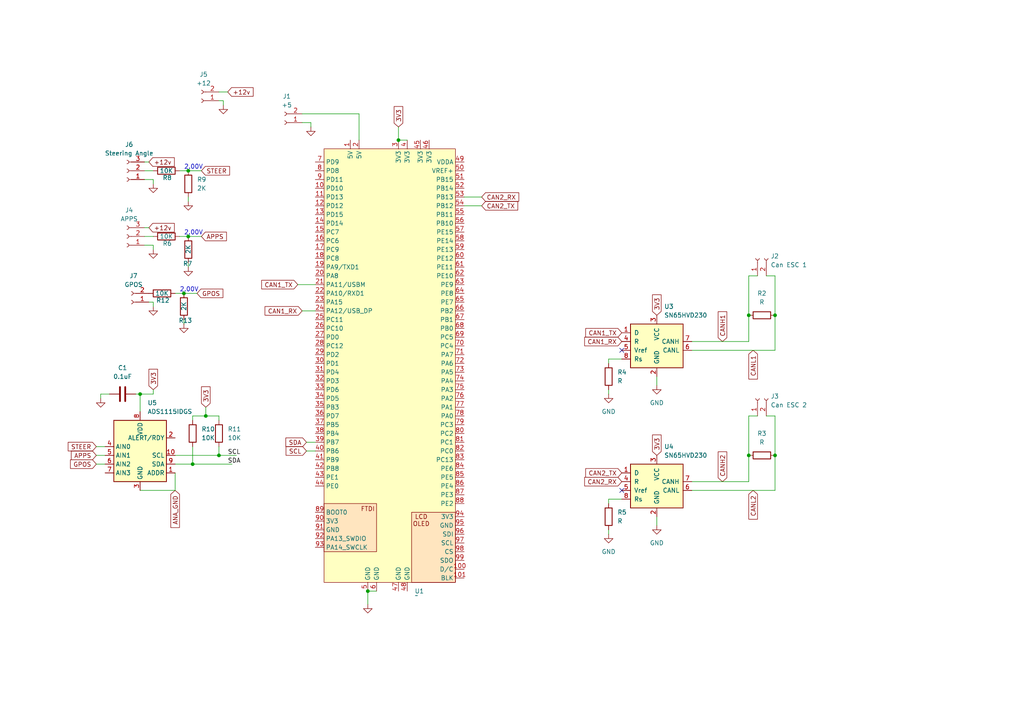
<source format=kicad_sch>
(kicad_sch (version 20250114) (generator "eeschema") (generator_version "9.0")
  (paper "A4")
  (lib_symbols
    (symbol "0_MCU:DEVEBOX_STM32H7XX"
      (property "Reference" "U" (at -0.254 1.016 0))
      (symbol "DEVEBOX_STM32H7XX_1_1"
        (rectangle (start -17.78 -2.54) (end 20.32 -128.27) (fill (type color) (color 255 255 194 1)))
        (rectangle (start -17.78 -105.41) (end -2.54 -119.38) (fill (type color) (color 255 229 191 1)))
        (rectangle (start 7.62 -107.95) (end 20.32 -128.27) (fill (type color) (color 255 229 191 1)))
        (text "FTDI\n" (at -5.08 -106.934 0) (effects (font (size 1.27 1.27))))
        (text "LCD\nOLED\n" (at 10.414 -110.236 0) (effects (font (size 1.27 1.27))))
        (pin input line (at -20.32 -6.35 0) (length 2.54) (name "PD9") (number "7"))
        (pin input line (at -20.32 -8.89 0) (length 2.54) (name "PD8") (number "8"))
        (pin input line (at -20.32 -11.43 0) (length 2.54) (name "PD11") (number "9"))
        (pin input line (at -20.32 -13.97 0) (length 2.54) (name "PD10") (number "10"))
        (pin input line (at -20.32 -16.51 0) (length 2.54) (name "PD13") (number "11"))
        (pin input line (at -20.32 -19.05 0) (length 2.54) (name "PD12") (number "12"))
        (pin input line (at -20.32 -21.59 0) (length 2.54) (name "PD15") (number "13"))
        (pin input line (at -20.32 -24.13 0) (length 2.54) (name "PD14") (number "14"))
        (pin input line (at -20.32 -26.67 0) (length 2.54) (name "PC7") (number "15"))
        (pin input line (at -20.32 -29.21 0) (length 2.54) (name "PC6") (number "16"))
        (pin input line (at -20.32 -31.75 0) (length 2.54) (name "PC9") (number "17"))
        (pin input line (at -20.32 -34.29 0) (length 2.54) (name "PC8") (number "18"))
        (pin input line (at -20.32 -36.83 0) (length 2.54) (name "PA9/TXD1") (number "19"))
        (pin input line (at -20.32 -39.37 0) (length 2.54) (name "PA8") (number "20"))
        (pin input line (at -20.32 -41.91 0) (length 2.54) (name "PA11/USBM") (number "21"))
        (pin input line (at -20.32 -44.45 0) (length 2.54) (name "PA10/RXD1") (number "22"))
        (pin input line (at -20.32 -46.99 0) (length 2.54) (name "PA15") (number "23"))
        (pin input line (at -20.32 -49.53 0) (length 2.54) (name "PA12/USB_DP") (number "24"))
        (pin input line (at -20.32 -52.07 0) (length 2.54) (name "PC11") (number "25"))
        (pin input line (at -20.32 -54.61 0) (length 2.54) (name "PC10") (number "26"))
        (pin input line (at -20.32 -57.15 0) (length 2.54) (name "PD0") (number "27"))
        (pin input line (at -20.32 -59.69 0) (length 2.54) (name "PC12") (number "28"))
        (pin input line (at -20.32 -62.23 0) (length 2.54) (name "PD2") (number "29"))
        (pin input line (at -20.32 -64.77 0) (length 2.54) (name "PD1") (number "30"))
        (pin input line (at -20.32 -67.31 0) (length 2.54) (name "PD4") (number "31"))
        (pin input line (at -20.32 -69.85 0) (length 2.54) (name "PD3") (number "32"))
        (pin input line (at -20.32 -72.39 0) (length 2.54) (name "PD6") (number "33"))
        (pin input line (at -20.32 -74.93 0) (length 2.54) (name "PD5") (number "34"))
        (pin input line (at -20.32 -77.47 0) (length 2.54) (name "PB3") (number "35"))
        (pin input line (at -20.32 -80.01 0) (length 2.54) (name "PD7") (number "36"))
        (pin input line (at -20.32 -82.55 0) (length 2.54) (name "PB5") (number "37"))
        (pin input line (at -20.32 -85.09 0) (length 2.54) (name "PB4") (number "38"))
        (pin input line (at -20.32 -87.63 0) (length 2.54) (name "PB7") (number "39"))
        (pin input line (at -20.32 -90.17 0) (length 2.54) (name "PB6") (number "40"))
        (pin input line (at -20.32 -92.71 0) (length 2.54) (name "PB9") (number "41"))
        (pin input line (at -20.32 -95.25 0) (length 2.54) (name "PB8") (number "42"))
        (pin input line (at -20.32 -97.79 0) (length 2.54) (name "PE1") (number "43"))
        (pin input line (at -20.32 -100.33 0) (length 2.54) (name "PE0") (number "44"))
        (pin input line (at -20.32 -107.95 0) (length 2.54) (name "BOOT0") (number "89"))
        (pin input line (at -20.32 -110.49 0) (length 2.54) (name "3V3") (number "90"))
        (pin input line (at -20.32 -113.03 0) (length 2.54) (name "GND") (number "91"))
        (pin input line (at -20.32 -115.57 0) (length 2.54) (name "PA13_SWDIO") (number "92"))
        (pin input line (at -20.32 -118.11 0) (length 2.54) (name "PA14_SWCLK") (number "93"))
        (pin power_in line (at -10.16 0 270) (length 2.54) (name "5V") (number "1"))
        (pin power_in line (at -7.62 0 270) (length 2.54) (name "5V") (number "2"))
        (pin power_in line (at -5.08 -130.81 90) (length 2.54) (name "GND") (number "5"))
        (pin power_in line (at -2.54 -130.81 90) (length 2.54) (name "GND") (number "6"))
        (pin power_in line (at 3.81 0 270) (length 2.54) (name "3V3") (number "3"))
        (pin input line (at 3.81 -130.81 90) (length 2.54) (name "GND") (number "47"))
        (pin power_in line (at 6.35 0 270) (length 2.54) (name "3V3") (number "4"))
        (pin input line (at 6.35 -130.81 90) (length 2.54) (name "GND") (number "48"))
        (pin input line (at 10.16 0 270) (length 2.54) (name "3V3") (number "45"))
        (pin input line (at 12.7 0 270) (length 2.54) (name "3V3") (number "46"))
        (pin input line (at 22.86 -6.35 180) (length 2.54) (name "VDDA") (number "49"))
        (pin input line (at 22.86 -8.89 180) (length 2.54) (name "VREF+") (number "50"))
        (pin input line (at 22.86 -11.43 180) (length 2.54) (name "PB15") (number "51"))
        (pin input line (at 22.86 -13.97 180) (length 2.54) (name "PB14") (number "52"))
        (pin input line (at 22.86 -16.51 180) (length 2.54) (name "PB13") (number "53"))
        (pin input line (at 22.86 -19.05 180) (length 2.54) (name "PB12") (number "54"))
        (pin input line (at 22.86 -21.59 180) (length 2.54) (name "PB11") (number "55"))
        (pin input line (at 22.86 -24.13 180) (length 2.54) (name "PB10") (number "56"))
        (pin input line (at 22.86 -26.67 180) (length 2.54) (name "PE15") (number "57"))
        (pin input line (at 22.86 -29.21 180) (length 2.54) (name "PE14") (number "58"))
        (pin input line (at 22.86 -31.75 180) (length 2.54) (name "PE13") (number "59"))
        (pin input line (at 22.86 -34.29 180) (length 2.54) (name "PE12") (number "60"))
        (pin input line (at 22.86 -36.83 180) (length 2.54) (name "PE11") (number "61"))
        (pin input line (at 22.86 -39.37 180) (length 2.54) (name "PE10") (number "62"))
        (pin input line (at 22.86 -41.91 180) (length 2.54) (name "PE9") (number "63"))
        (pin input line (at 22.86 -44.45 180) (length 2.54) (name "PE8") (number "64"))
        (pin input line (at 22.86 -46.99 180) (length 2.54) (name "PE7") (number "65"))
        (pin input line (at 22.86 -49.53 180) (length 2.54) (name "PB2") (number "66"))
        (pin input line (at 22.86 -52.07 180) (length 2.54) (name "PB1") (number "67"))
        (pin input line (at 22.86 -54.61 180) (length 2.54) (name "PB0") (number "68"))
        (pin input line (at 22.86 -57.15 180) (length 2.54) (name "PC5") (number "69"))
        (pin input line (at 22.86 -59.69 180) (length 2.54) (name "PC4") (number "70"))
        (pin input line (at 22.86 -62.23 180) (length 2.54) (name "PA7") (number "71"))
        (pin input line (at 22.86 -64.77 180) (length 2.54) (name "PA6") (number "72"))
        (pin input line (at 22.86 -67.31 180) (length 2.54) (name "PA5") (number "73"))
        (pin input line (at 22.86 -69.85 180) (length 2.54) (name "PA4") (number "74"))
        (pin input line (at 22.86 -72.39 180) (length 2.54) (name "PA3") (number "75"))
        (pin input line (at 22.86 -74.93 180) (length 2.54) (name "PA2") (number "76"))
        (pin input line (at 22.86 -77.47 180) (length 2.54) (name "PA1") (number "77"))
        (pin input line (at 22.86 -80.01 180) (length 2.54) (name "PA0") (number "78"))
        (pin input line (at 22.86 -82.55 180) (length 2.54) (name "PC3") (number "79"))
        (pin input line (at 22.86 -85.09 180) (length 2.54) (name "PC2") (number "80"))
        (pin input line (at 22.86 -87.63 180) (length 2.54) (name "PC1") (number "81"))
        (pin input line (at 22.86 -90.17 180) (length 2.54) (name "PC0") (number "82"))
        (pin input line (at 22.86 -92.71 180) (length 2.54) (name "PC13") (number "83"))
        (pin input line (at 22.86 -95.25 180) (length 2.54) (name "PE6") (number "84"))
        (pin input line (at 22.86 -97.79 180) (length 2.54) (name "PE5") (number "85"))
        (pin input line (at 22.86 -100.33 180) (length 2.54) (name "PE4") (number "86"))
        (pin input line (at 22.86 -102.87 180) (length 2.54) (name "PE3") (number "87"))
        (pin input line (at 22.86 -105.41 180) (length 2.54) (name "PE2") (number "88"))
        (pin input line (at 22.86 -109.22 180) (length 2.54) (name "3V3") (number "94"))
        (pin input line (at 22.86 -111.76 180) (length 2.54) (name "GND") (number "95"))
        (pin input line (at 22.86 -114.3 180) (length 2.54) (name "SDI") (number "96"))
        (pin input line (at 22.86 -116.84 180) (length 2.54) (name "SCL") (number "97"))
        (pin input line (at 22.86 -119.38 180) (length 2.54) (name "CS") (number "98"))
        (pin input line (at 22.86 -121.92 180) (length 2.54) (name "SDO") (number "99"))
        (pin input line (at 22.86 -124.46 180) (length 2.54) (name "D/C") (number "100"))
        (pin input line (at 22.86 -127 180) (length 2.54) (name "BLK") (number "101"))
      )
    )
    (symbol "Analog_ADC:ADS1115IDGS"
      (property "Reference" "U" (at 2.54 13.97 0))
      (property "Value" "ADS1115IDGS" (at 7.62 11.43 0))
      (symbol "ADS1115IDGS_0_1"
        (rectangle (start -7.62 10.16) (end 7.62 -7.62) (stroke (width 0.254)) (fill (type background)))
      )
      (symbol "ADS1115IDGS_1_1"
        (pin input line (at -10.16 2.54 0) (length 2.54) (name "AIN0") (number "4"))
        (pin input line (at -10.16 0 0) (length 2.54) (name "AIN1") (number "5"))
        (pin input line (at -10.16 -2.54 0) (length 2.54) (name "AIN2") (number "6"))
        (pin input line (at -10.16 -5.08 0) (length 2.54) (name "AIN3") (number "7"))
        (pin power_in line (at 0 12.7 270) (length 2.54) (name "VDD") (number "8"))
        (pin power_in line (at 0 -10.16 90) (length 2.54) (name "GND") (number "3"))
        (pin output line (at 10.16 5.08 180) (length 2.54) (name "ALERT/RDY") (number "2"))
        (pin input line (at 10.16 0 180) (length 2.54) (name "SCL") (number "10"))
        (pin bidirectional line (at 10.16 -2.54 180) (length 2.54) (name "SDA") (number "9"))
        (pin input line (at 10.16 -5.08 180) (length 2.54) (name "ADDR") (number "1"))
      )
    )
    (symbol "Connector:Conn_01x02_Socket" (pin_names (offset 1.016) (hide yes))
      (property "Reference" "J" (at 0 2.54 0))
      (property "Value" "Conn_01x02_Socket" (at 0 -5.08 0))
      (symbol "Conn_01x02_Socket_1_1"
        (polyline (pts (xy -1.27 0) (xy -0.508 0)) (stroke (width 0.1524)))
        (polyline (pts (xy -1.27 -2.54) (xy -0.508 -2.54)) (stroke (width 0.1524)))
        (arc (start 0 -0.508) (mid -0.5058 0) (end 0 0.508) (stroke (width 0.1524)))
        (arc (start 0 -3.048) (mid -0.5058 -2.54) (end 0 -2.032) (stroke (width 0.1524)))
        (pin passive line (at -5.08 0 0) (length 3.81) (name "Pin_1") (number "1"))
        (pin passive line (at -5.08 -2.54 0) (length 3.81) (name "Pin_2") (number "2"))
      )
    )
    (symbol "Connector:Conn_01x03_Socket" (pin_names (offset 1.016) (hide yes))
      (property "Reference" "J" (at 0 5.08 0))
      (property "Value" "Conn_01x03_Socket" (at 0 -5.08 0))
      (symbol "Conn_01x03_Socket_1_1"
        (polyline (pts (xy -1.27 2.54) (xy -0.508 2.54)) (stroke (width 0.1524)))
        (polyline (pts (xy -1.27 0) (xy -0.508 0)) (stroke (width 0.1524)))
        (polyline (pts (xy -1.27 -2.54) (xy -0.508 -2.54)) (stroke (width 0.1524)))
        (arc (start 0 2.032) (mid -0.5058 2.54) (end 0 3.048) (stroke (width 0.1524)))
        (arc (start 0 -0.508) (mid -0.5058 0) (end 0 0.508) (stroke (width 0.1524)))
        (arc (start 0 -3.048) (mid -0.5058 -2.54) (end 0 -2.032) (stroke (width 0.1524)))
        (pin passive line (at -5.08 2.54 0) (length 3.81) (name "Pin_1") (number "1"))
        (pin passive line (at -5.08 0 0) (length 3.81) (name "Pin_2") (number "2"))
        (pin passive line (at -5.08 -2.54 0) (length 3.81) (name "Pin_3") (number "3"))
      )
    )
    (symbol "Device:C" (pin_numbers (hide yes)) (pin_names (offset 0.254))
      (property "Reference" "C" (at 0.635 2.54 0))
      (property "Value" "C" (at 0.635 -2.54 0))
      (symbol "C_0_1"
        (polyline (pts (xy -2.032 0.762) (xy 2.032 0.762)) (stroke (width 0.508)))
        (polyline (pts (xy -2.032 -0.762) (xy 2.032 -0.762)) (stroke (width 0.508)))
      )
      (symbol "C_1_1"
        (pin passive line (at 0 3.81 270) (length 2.794) (name "~") (number "1"))
        (pin passive line (at 0 -3.81 90) (length 2.794) (name "~") (number "2"))
      )
    )
    (symbol "Device:R" (pin_numbers (hide yes)) (pin_names (offset 0))
      (property "Reference" "R" (at 2.032 0 90))
      (property "Value" "R" (at 0 0 90))
      (symbol "R_0_1"
        (rectangle (start -1.016 -2.54) (end 1.016 2.54) (stroke (width 0.254)))
      )
      (symbol "R_1_1"
        (pin passive line (at 0 3.81 270) (length 1.27) (name "~") (number "1"))
        (pin passive line (at 0 -3.81 90) (length 1.27) (name "~") (number "2"))
      )
    )
    (symbol "Interface_CAN_LIN:SN65HVD230" (pin_names (offset 1.016))
      (property "Reference" "U" (at -2.54 10.16 0))
      (property "Value" "SN65HVD230" (at -2.54 7.62 0))
      (symbol "SN65HVD230_0_1"
        (rectangle (start -7.62 5.08) (end 7.62 -7.62) (stroke (width 0.254)) (fill (type background)))
      )
      (symbol "SN65HVD230_1_1"
        (pin input line (at -10.16 2.54 0) (length 2.54) (name "D") (number "1"))
        (pin output line (at -10.16 0 0) (length 2.54) (name "R") (number "4"))
        (pin output line (at -10.16 -2.54 0) (length 2.54) (name "Vref") (number "5"))
        (pin input line (at -10.16 -5.08 0) (length 2.54) (name "Rs") (number "8"))
        (pin power_in line (at 0 7.62 270) (length 2.54) (name "VCC") (number "3"))
        (pin power_in line (at 0 -10.16 90) (length 2.54) (name "GND") (number "2"))
        (pin bidirectional line (at 10.16 0 180) (length 2.54) (name "CANH") (number "7"))
        (pin bidirectional line (at 10.16 -2.54 180) (length 2.54) (name "CANL") (number "6"))
      )
    )
    (symbol "power:GND" (power) (pin_numbers (hide yes)) (pin_names (offset 0) (hide yes))
      (property "Value" "GND" (at 0 -3.81 0))
      (symbol "GND_0_1"
        (polyline (pts (xy 0 0) (xy 0 -1.27) (xy 1.27 -1.27) (xy 0 -2.54) (xy -1.27 -1.27) (xy 0 -1.27)))
      )
      (symbol "GND_1_1"
        (pin power_in line (at 0 0 270) (length 0) (name "~") (number "1"))
      )
    )
  )
  (text "2.00V\n" (at 56.134 67.564 0) (effects (font (size 1.27 1.27))))
  (text "2.00V\n" (at 56.134 48.514 0) (effects (font (size 1.27 1.27))))
  (text "2.00V\n" (at 54.864 84.074 0) (effects (font (size 1.27 1.27))))
  (junction (at 54.61 49.53))
  (junction (at 54.61 68.58))
  (junction (at 224.79 91.44))
  (junction (at 63.5 132.08))
  (junction (at 217.17 91.44))
  (junction (at 59.69 120.65))
  (junction (at 217.17 132.08))
  (junction (at 115.57 40.64))
  (junction (at 40.64 114.3))
  (junction (at 224.79 132.08))
  (junction (at 53.34 85.09))
  (junction (at 55.88 134.62))
  (junction (at 106.68 171.45))
  (no_connect (at 180.34 142.24))
  (no_connect (at 180.34 101.6))
  (wire (pts (xy 55.88 129.54) (xy 55.88 134.62)))
  (wire (pts (xy 217.17 80.01) (xy 219.71 80.01)))
  (wire (pts (xy 88.9 130.81) (xy 91.44 130.81)))
  (wire (pts (xy 40.64 142.24) (xy 50.8 142.24)))
  (wire (pts (xy 44.45 87.63) (xy 44.45 88.9)))
  (wire (pts (xy 87.63 35.56) (xy 90.17 35.56)))
  (wire (pts (xy 43.18 87.63) (xy 44.45 87.63)))
  (wire (pts (xy 222.25 120.65) (xy 224.79 120.65)))
  (wire (pts (xy 106.68 171.45) (xy 109.22 171.45)))
  (wire (pts (xy 90.17 35.56) (xy 90.17 36.83)))
  (wire (pts (xy 44.45 114.3) (xy 44.45 113.03)))
  (wire (pts (xy 27.94 132.08) (xy 30.48 132.08)))
  (wire (pts (xy 54.61 49.53) (xy 58.42 49.53)))
  (wire (pts (xy 55.88 120.65) (xy 55.88 121.92)))
  (wire (pts (xy 29.21 114.3) (xy 29.21 115.57)))
  (wire (pts (xy 200.66 142.24) (xy 224.79 142.24)))
  (wire (pts (xy 86.36 82.55) (xy 91.44 82.55)))
  (wire (pts (xy 224.79 120.65) (xy 224.79 132.08)))
  (wire (pts (xy 87.63 33.02) (xy 104.14 33.02)))
  (wire (pts (xy 41.91 68.58) (xy 44.45 68.58)))
  (wire (pts (xy 217.17 99.06) (xy 217.17 91.44)))
  (wire (pts (xy 176.53 144.78) (xy 176.53 146.05)))
  (wire (pts (xy 27.94 134.62) (xy 30.48 134.62)))
  (wire (pts (xy 200.66 101.6) (xy 224.79 101.6)))
  (wire (pts (xy 63.5 129.54) (xy 63.5 132.08)))
  (wire (pts (xy 104.14 33.02) (xy 104.14 40.64)))
  (wire (pts (xy 31.75 114.3) (xy 29.21 114.3)))
  (wire (pts (xy 52.07 68.58) (xy 54.61 68.58)))
  (wire (pts (xy 176.53 114.3) (xy 176.53 113.03)))
  (wire (pts (xy 106.68 171.45) (xy 106.68 175.26)))
  (wire (pts (xy 53.34 92.71) (xy 53.34 93.98)))
  (wire (pts (xy 41.91 71.12) (xy 44.45 71.12)))
  (wire (pts (xy 50.8 85.09) (xy 53.34 85.09)))
  (wire (pts (xy 27.94 129.54) (xy 30.48 129.54)))
  (wire (pts (xy 53.34 85.09) (xy 57.15 85.09)))
  (wire (pts (xy 41.91 46.99) (xy 43.18 46.99)))
  (wire (pts (xy 176.53 154.94) (xy 176.53 153.67)))
  (wire (pts (xy 50.8 142.24) (xy 50.8 137.16)))
  (wire (pts (xy 63.5 132.08) (xy 68.58 132.08)))
  (wire (pts (xy 41.91 52.07) (xy 44.45 52.07)))
  (wire (pts (xy 217.17 139.7) (xy 217.17 132.08)))
  (wire (pts (xy 52.07 49.53) (xy 54.61 49.53)))
  (wire (pts (xy 180.34 144.78) (xy 176.53 144.78)))
  (wire (pts (xy 54.61 76.2) (xy 54.61 77.47)))
  (wire (pts (xy 88.9 128.27) (xy 91.44 128.27)))
  (wire (pts (xy 63.5 26.67) (xy 66.04 26.67)))
  (wire (pts (xy 54.61 68.58) (xy 58.42 68.58)))
  (wire (pts (xy 63.5 120.65) (xy 63.5 121.92)))
  (wire (pts (xy 44.45 52.07) (xy 44.45 53.34)))
  (wire (pts (xy 217.17 91.44) (xy 217.17 80.01)))
  (wire (pts (xy 87.63 90.17) (xy 91.44 90.17)))
  (wire (pts (xy 224.79 142.24) (xy 224.79 132.08)))
  (wire (pts (xy 200.66 139.7) (xy 217.17 139.7)))
  (wire (pts (xy 224.79 80.01) (xy 224.79 91.44)))
  (wire (pts (xy 134.62 57.15) (xy 139.7 57.15)))
  (wire (pts (xy 55.88 120.65) (xy 59.69 120.65)))
  (wire (pts (xy 200.66 99.06) (xy 217.17 99.06)))
  (wire (pts (xy 50.8 132.08) (xy 63.5 132.08)))
  (wire (pts (xy 217.17 120.65) (xy 219.71 120.65)))
  (wire (pts (xy 41.91 49.53) (xy 44.45 49.53)))
  (wire (pts (xy 54.61 57.15) (xy 54.61 58.42)))
  (wire (pts (xy 39.37 114.3) (xy 40.64 114.3)))
  (wire (pts (xy 44.45 114.3) (xy 40.64 114.3)))
  (wire (pts (xy 44.45 71.12) (xy 44.45 72.39)))
  (wire (pts (xy 64.77 29.21) (xy 64.77 30.48)))
  (wire (pts (xy 224.79 101.6) (xy 224.79 91.44)))
  (wire (pts (xy 55.88 134.62) (xy 67.31 134.62)))
  (wire (pts (xy 115.57 40.64) (xy 118.11 40.64)))
  (wire (pts (xy 217.17 132.08) (xy 217.17 120.65)))
  (wire (pts (xy 134.62 59.69) (xy 139.7 59.69)))
  (wire (pts (xy 63.5 29.21) (xy 64.77 29.21)))
  (wire (pts (xy 190.5 149.86) (xy 190.5 152.4)))
  (wire (pts (xy 63.5 120.65) (xy 59.69 120.65)))
  (wire (pts (xy 40.64 114.3) (xy 40.64 119.38)))
  (wire (pts (xy 222.25 80.01) (xy 224.79 80.01)))
  (wire (pts (xy 115.57 36.83) (xy 115.57 40.64)))
  (wire (pts (xy 41.91 66.04) (xy 43.18 66.04)))
  (wire (pts (xy 190.5 109.22) (xy 190.5 111.76)))
  (wire (pts (xy 180.34 104.14) (xy 176.53 104.14)))
  (wire (pts (xy 59.69 118.11) (xy 59.69 120.65)))
  (wire (pts (xy 176.53 104.14) (xy 176.53 105.41)))
  (wire (pts (xy 50.8 134.62) (xy 55.88 134.62)))
  (label "SCL" (at 66.04 132.08 0))
  (label "SDA" (at 66.04 134.62 0))
  (global_label "3V3" (shape input) (at 190.5 132.08 90) (property "Intersheetrefs" "${INTERSHEET_REFS}" (effects (hide yes))))
  (global_label "3V3" (shape input) (at 59.69 118.11 90) (property "Intersheetrefs" "${INTERSHEET_REFS}" (effects (hide yes))))
  (global_label "CAN2_RX" (shape input) (at 139.7 57.15 0) (property "Intersheetrefs" "${INTERSHEET_REFS}" (effects (hide yes))))
  (global_label "ANA_GND" (shape input) (at 50.8 142.24 270) (property "Intersheetrefs" "${INTERSHEET_REFS}" (effects (hide yes))))
  (global_label "CANH1" (shape input) (at 209.55 99.06 90) (property "Intersheetrefs" "${INTERSHEET_REFS}" (effects (hide yes))))
  (global_label "CAN2_TX" (shape input) (at 139.7 59.69 0) (property "Intersheetrefs" "${INTERSHEET_REFS}" (effects (hide yes))))
  (global_label "CANH2" (shape input) (at 209.55 139.7 90) (property "Intersheetrefs" "${INTERSHEET_REFS}" (effects (hide yes))))
  (global_label "CANL2" (shape input) (at 218.44 142.24 270) (property "Intersheetrefs" "${INTERSHEET_REFS}" (effects (hide yes))))
  (global_label "3V3" (shape input) (at 190.5 91.44 90) (property "Intersheetrefs" "${INTERSHEET_REFS}" (effects (hide yes))))
  (global_label "CAN2_TX" (shape input) (at 180.34 137.16 180) (property "Intersheetrefs" "${INTERSHEET_REFS}" (effects (hide yes))))
  (global_label "APPS" (shape input) (at 27.94 132.08 180) (property "Intersheetrefs" "${INTERSHEET_REFS}" (effects (hide yes))))
  (global_label "+12v" (shape input) (at 66.04 26.67 0) (property "Intersheetrefs" "${INTERSHEET_REFS}" (effects (hide yes))))
  (global_label "3V3" (shape input) (at 44.45 113.03 90) (property "Intersheetrefs" "${INTERSHEET_REFS}" (effects (hide yes))))
  (global_label "SDA" (shape input) (at 88.9 128.27 180) (property "Intersheetrefs" "${INTERSHEET_REFS}" (effects (hide yes))))
  (global_label "GPOS" (shape input) (at 57.15 85.09 0) (property "Intersheetrefs" "${INTERSHEET_REFS}" (effects (hide yes))))
  (global_label "+12v" (shape input) (at 43.18 46.99 0) (property "Intersheetrefs" "${INTERSHEET_REFS}" (effects (hide yes))))
  (global_label "GPOS" (shape input) (at 27.94 134.62 180) (property "Intersheetrefs" "${INTERSHEET_REFS}" (effects (hide yes))))
  (global_label "3V3" (shape input) (at 115.57 36.83 90) (property "Intersheetrefs" "${INTERSHEET_REFS}" (effects (hide yes))))
  (global_label "CAN1_RX" (shape input) (at 87.63 90.17 180) (property "Intersheetrefs" "${INTERSHEET_REFS}" (effects (hide yes))))
  (global_label "CAN1_TX" (shape input) (at 180.34 96.52 180) (property "Intersheetrefs" "${INTERSHEET_REFS}" (effects (hide yes))))
  (global_label "APPS" (shape input) (at 58.42 68.58 0) (property "Intersheetrefs" "${INTERSHEET_REFS}" (effects (hide yes))))
  (global_label "CANL1" (shape input) (at 218.44 101.6 270) (property "Intersheetrefs" "${INTERSHEET_REFS}" (effects (hide yes))))
  (global_label "CAN1_RX" (shape input) (at 180.34 99.06 180) (property "Intersheetrefs" "${INTERSHEET_REFS}" (effects (hide yes))))
  (global_label "STEER" (shape input) (at 58.42 49.53 0) (property "Intersheetrefs" "${INTERSHEET_REFS}" (effects (hide yes))))
  (global_label "CAN2_RX" (shape input) (at 180.34 139.7 180) (property "Intersheetrefs" "${INTERSHEET_REFS}" (effects (hide yes))))
  (global_label "CAN1_TX" (shape input) (at 86.36 82.55 180) (property "Intersheetrefs" "${INTERSHEET_REFS}" (effects (hide yes))))
  (global_label "SCL" (shape input) (at 88.9 130.81 180) (property "Intersheetrefs" "${INTERSHEET_REFS}" (effects (hide yes))))
  (global_label "+12v" (shape input) (at 43.18 66.04 0) (property "Intersheetrefs" "${INTERSHEET_REFS}" (effects (hide yes))))
  (global_label "STEER" (shape input) (at 27.94 129.54 180) (property "Intersheetrefs" "${INTERSHEET_REFS}" (effects (hide yes))))
  (symbol (lib_id "power:GND") (at 176.53 154.94 0) (unit 1)
    (property "Reference" "#PWR05" (effects (hide yes)))
    (property "Value" "GND" (at 176.53 160.02 0))
    (property "Description" "Power symbol creates a global label with name \"GND\" , ground" (effects (hide yes)))
  )
  (symbol (lib_id "power:GND") (at 190.5 152.4 0) (unit 1)
    (property "Reference" "#PWR06" (effects (hide yes)))
    (property "Value" "GND" (at 190.5 157.48 0))
    (property "Description" "Power symbol creates a global label with name \"GND\" , ground" (effects (hide yes)))
  )
  (symbol (lib_id "Connector:Conn_01x02_Socket") (at 219.71 74.93 90) (unit 1)
    (property "Reference" "J2" (at 223.52 74.2949 90) (effects (justify right)))
    (property "Value" "Can ESC 1" (at 223.52 76.8349 90) (effects (justify right)))
    (property "Footprint" "Connector_JST:JST_EH_B2B-EH-A_1x02_P2.50mm_Vertical" (effects (hide yes)))
    (property "Description" "Generic connector, single row, 01x02, script generated" (effects (hide yes)))
  )
  (symbol (lib_id "power:GND") (at 29.21 115.57 0) (unit 1)
    (property "Reference" "#PWR012" (effects (hide yes)))
    (property "Value" "GND" (effects (hide yes)))
    (property "Description" "Power symbol creates a global label with name \"GND\" , ground" (effects (hide yes)))
  )
  (symbol (lib_id "Device:R") (at 48.26 49.53 90) (unit 1)
    (property "Reference" "R8" (at 48.514 51.562 90))
    (property "Value" "10K" (at 48.26 49.53 90))
    (property "Footprint" "Resistor_SMD:R_0805_2012Metric" (effects (hide yes)))
    (property "Description" "Resistor" (effects (hide yes)))
  )
  (symbol (lib_id "Device:C") (at 35.56 114.3 90) (unit 1)
    (property "Reference" "C1" (at 35.56 106.68 90))
    (property "Value" "0.1uF" (at 35.56 109.22 90))
    (property "Footprint" "Capacitor_SMD:C_0603_1608Metric" (effects (hide yes)))
    (property "Description" "Unpolarized capacitor" (effects (hide yes)))
  )
  (symbol (lib_id "Device:R") (at 176.53 109.22 180) (unit 1)
    (property "Reference" "R4" (at 179.07 107.9499 0) (effects (justify right)))
    (property "Value" "R" (at 179.07 110.4899 0) (effects (justify right)))
    (property "Footprint" "Resistor_SMD:R_0805_2012Metric" (effects (hide yes)))
    (property "Description" "Resistor" (effects (hide yes)))
  )
  (symbol (lib_id "power:GND") (at 44.45 88.9 0) (unit 1)
    (property "Reference" "#PWR014" (effects (hide yes)))
    (property "Value" "GND" (effects (hide yes)))
    (property "Description" "Power symbol creates a global label with name \"GND\" , ground" (effects (hide yes)))
  )
  (symbol (lib_id "power:GND") (at 54.61 77.47 0) (unit 1)
    (property "Reference" "#PWR07" (effects (hide yes)))
    (property "Value" "GND" (effects (hide yes)))
    (property "Description" "Power symbol creates a global label with name \"GND\" , ground" (effects (hide yes)))
  )
  (symbol (lib_id "Device:R") (at 220.98 91.44 90) (unit 1)
    (property "Reference" "R2" (at 220.98 85.09 90))
    (property "Value" "R" (at 220.98 87.63 90))
    (property "Footprint" "Resistor_SMD:R_0805_2012Metric" (effects (hide yes)))
    (property "Description" "Resistor" (effects (hide yes)))
  )
  (symbol (lib_id "Connector:Conn_01x03_Socket") (at 36.83 49.53 180) (unit 1)
    (property "Reference" "J6" (at 37.465 41.91 0))
    (property "Value" "Steering Angle" (at 37.465 44.45 0))
    (property "Description" "Generic connector, single row, 01x03, script generated" (effects (hide yes)))
  )
  (symbol (lib_id "Device:R") (at 54.61 53.34 180) (unit 1)
    (property "Reference" "R9" (at 57.15 52.0699 0) (effects (justify right)))
    (property "Value" "2K" (at 57.15 54.6099 0) (effects (justify right)))
    (property "Footprint" "Resistor_SMD:R_0805_2012Metric" (effects (hide yes)))
    (property "Description" "Resistor" (effects (hide yes)))
  )
  (symbol (lib_id "Device:R") (at 55.88 125.73 0) (unit 1)
    (property "Reference" "R10" (at 58.42 124.4599 0) (effects (justify left)))
    (property "Value" "10K" (at 58.42 126.9999 0) (effects (justify left)))
    (property "Footprint" "Resistor_SMD:R_0805_2012Metric" (effects (hide yes)))
    (property "Description" "Resistor" (effects (hide yes)))
  )
  (symbol (lib_id "Connector:Conn_01x02_Socket") (at 82.55 35.56 180) (unit 1)
    (property "Reference" "J1" (at 83.185 27.94 0))
    (property "Value" "+5" (at 83.185 30.48 0))
    (property "Footprint" "Connector_JST:JST_EH_B2B-EH-A_1x02_P2.50mm_Vertical" (effects (hide yes)))
    (property "Description" "Generic connector, single row, 01x02, script generated" (effects (hide yes)))
  )
  (symbol (lib_id "power:GND") (at 90.17 36.83 0) (unit 1)
    (property "Reference" "#PWR01" (effects (hide yes)))
    (property "Value" "GND" (effects (hide yes)))
    (property "Description" "Power symbol creates a global label with name \"GND\" , ground" (effects (hide yes)))
  )
  (symbol (lib_id "Interface_CAN_LIN:SN65HVD230") (at 190.5 99.06 0) (unit 1)
    (property "Reference" "U3" (at 192.6433 88.9 0) (effects (justify left)))
    (property "Value" "SN65HVD230" (at 192.6433 91.44 0) (effects (justify left)))
    (property "Footprint" "Package_SO:SOIC-8_3.9x4.9mm_P1.27mm" (effects (hide yes)))
    (property "Datasheet" "http://www.ti.com/lit/ds/symlink/sn65hvd230.pdf" (effects (hide yes)))
    (property "Description" "CAN Bus Transceivers, 3.3V, 1Mbps, Low-Power capabilities, SOIC-8" (effects (hide yes)))
  )
  (symbol (lib_id "Analog_ADC:ADS1115IDGS") (at 40.64 132.08 0) (unit 1)
    (property "Reference" "U5" (at 42.7833 116.84 0) (effects (justify left)))
    (property "Value" "ADS1115IDGS" (at 42.7833 119.38 0) (effects (justify left)))
    (property "Footprint" "Package_SO:TSSOP-10_3x3mm_P0.5mm" (effects (hide yes)))
    (property "Datasheet" "http://www.ti.com/lit/ds/symlink/ads1113.pdf" (effects (hide yes)))
    (property "Description" "Ultra-Small, Low-Power, I2C-Compatible, 860-SPS, 16-Bit ADCs With Internal Reference, Oscillator, and Programmable Comparator, VSSOP-10" (effects (hide yes)))
  )
  (symbol (lib_id "power:GND") (at 44.45 72.39 0) (unit 1)
    (property "Reference" "#PWR08" (effects (hide yes)))
    (property "Value" "GND" (effects (hide yes)))
    (property "Description" "Power symbol creates a global label with name \"GND\" , ground" (effects (hide yes)))
  )
  (symbol (lib_id "Device:R") (at 54.61 72.39 180) (unit 1)
    (property "Reference" "R7" (at 53.086 76.454 0) (effects (justify right)))
    (property "Value" "2K" (at 54.61 73.66 90) (effects (justify right)))
    (property "Footprint" "Resistor_SMD:R_0805_2012Metric" (effects (hide yes)))
    (property "Description" "Resistor" (effects (hide yes)))
  )
  (symbol (lib_id "power:GND") (at 64.77 30.48 0) (unit 1)
    (property "Reference" "#PWR09" (effects (hide yes)))
    (property "Value" "GND" (effects (hide yes)))
    (property "Description" "Power symbol creates a global label with name \"GND\" , ground" (effects (hide yes)))
  )
  (symbol (lib_id "Connector:Conn_01x03_Socket") (at 36.83 68.58 180) (unit 1)
    (property "Reference" "J4" (at 37.465 60.96 0))
    (property "Value" "APPS" (at 37.465 63.5 0))
    (property "Description" "Generic connector, single row, 01x03, script generated" (effects (hide yes)))
  )
  (symbol (lib_id "Connector:Conn_01x02_Socket") (at 58.42 29.21 180) (unit 1)
    (property "Reference" "J5" (at 59.055 21.59 0))
    (property "Value" "+12" (at 59.055 24.13 0))
    (property "Footprint" "Connector_JST:JST_EH_B2B-EH-A_1x02_P2.50mm_Vertical" (effects (hide yes)))
    (property "Description" "Generic connector, single row, 01x02, script generated" (effects (hide yes)))
  )
  (symbol (lib_id "Connector:Conn_01x02_Socket") (at 38.1 87.63 180) (unit 1)
    (property "Reference" "J7" (at 38.735 80.01 0))
    (property "Value" "GPOS" (at 38.735 82.55 0))
    (property "Description" "Generic connector, single row, 01x02, script generated" (effects (hide yes)))
  )
  (symbol (lib_id "Device:R") (at 48.26 68.58 90) (unit 1)
    (property "Reference" "R6" (at 48.514 70.612 90))
    (property "Value" "10K" (at 48.26 68.58 90))
    (property "Footprint" "Resistor_SMD:R_0805_2012Metric" (effects (hide yes)))
    (property "Description" "Resistor" (effects (hide yes)))
  )
  (symbol (lib_id "power:GND") (at 53.34 93.98 0) (unit 1)
    (property "Reference" "#PWR013" (effects (hide yes)))
    (property "Value" "GND" (effects (hide yes)))
    (property "Description" "Power symbol creates a global label with name \"GND\" , ground" (effects (hide yes)))
  )
  (symbol (lib_id "Device:R") (at 220.98 132.08 90) (unit 1)
    (property "Reference" "R3" (at 220.98 125.73 90))
    (property "Value" "R" (at 220.98 128.27 90))
    (property "Footprint" "Resistor_SMD:R_0805_2012Metric" (effects (hide yes)))
    (property "Description" "Resistor" (effects (hide yes)))
  )
  (symbol (lib_id "power:GND") (at 176.53 114.3 0) (unit 1)
    (property "Reference" "#PWR03" (effects (hide yes)))
    (property "Value" "GND" (at 176.53 119.38 0))
    (property "Description" "Power symbol creates a global label with name \"GND\" , ground" (effects (hide yes)))
  )
  (symbol (lib_id "power:GND") (at 106.68 175.26 0) (unit 1)
    (property "Reference" "#PWR02" (effects (hide yes)))
    (property "Value" "GND" (effects (hide yes)))
    (property "Description" "Power symbol creates a global label with name \"GND\" , ground" (effects (hide yes)))
  )
  (symbol (lib_id "Device:R") (at 176.53 149.86 180) (unit 1)
    (property "Reference" "R5" (at 179.07 148.5899 0) (effects (justify right)))
    (property "Value" "R" (at 179.07 151.1299 0) (effects (justify right)))
    (property "Footprint" "Resistor_SMD:R_0805_2012Metric" (effects (hide yes)))
    (property "Description" "Resistor" (effects (hide yes)))
  )
  (symbol (lib_id "power:GND") (at 54.61 58.42 0) (unit 1)
    (property "Reference" "#PWR011" (effects (hide yes)))
    (property "Value" "GND" (effects (hide yes)))
    (property "Description" "Power symbol creates a global label with name \"GND\" , ground" (effects (hide yes)))
  )
  (symbol (lib_id "Interface_CAN_LIN:SN65HVD230") (at 190.5 139.7 0) (unit 1)
    (property "Reference" "U4" (at 192.6433 129.54 0) (effects (justify left)))
    (property "Value" "SN65HVD230" (at 192.6433 132.08 0) (effects (justify left)))
    (property "Footprint" "Package_SO:SOIC-8_3.9x4.9mm_P1.27mm" (effects (hide yes)))
    (property "Datasheet" "http://www.ti.com/lit/ds/symlink/sn65hvd230.pdf" (effects (hide yes)))
    (property "Description" "CAN Bus Transceivers, 3.3V, 1Mbps, Low-Power capabilities, SOIC-8" (effects (hide yes)))
  )
  (symbol (lib_id "power:GND") (at 190.5 111.76 0) (unit 1)
    (property "Reference" "#PWR04" (effects (hide yes)))
    (property "Value" "GND" (at 190.5 116.84 0))
    (property "Description" "Power symbol creates a global label with name \"GND\" , ground" (effects (hide yes)))
  )
  (symbol (lib_id "0_MCU:DEVEBOX_STM32H7XX") (at 111.76 40.64 0) (unit 1)
    (property "Reference" "U1" (at 120.2533 171.45 0) (effects (justify left)))
    (property "Value" "~" (at 120.2533 172.72 0) (effects (justify left)))
    (property "Footprint" "0_MCU:STM32H7XX" (effects (hide yes)))
    (property "dimensions" "https://stm32-base.org/assets/pdf/boards/original-schematic-STM32H7XX-M.pdf" (effects (hide yes)))
  )
  (symbol (lib_id "Device:R") (at 46.99 85.09 90) (unit 1)
    (property "Reference" "R12" (at 47.244 87.122 90))
    (property "Value" "10K" (at 46.99 85.09 90))
    (property "Footprint" "Resistor_SMD:R_0805_2012Metric" (effects (hide yes)))
    (property "Description" "Resistor" (effects (hide yes)))
  )
  (symbol (lib_id "Connector:Conn_01x02_Socket") (at 219.71 115.57 90) (unit 1)
    (property "Reference" "J3" (at 223.52 114.9349 90) (effects (justify right)))
    (property "Value" "Can ESC 2" (at 223.52 117.4749 90) (effects (justify right)))
    (property "Footprint" "Connector_JST:JST_EH_B2B-EH-A_1x02_P2.50mm_Vertical" (effects (hide yes)))
    (property "Description" "Generic connector, single row, 01x02, script generated" (effects (hide yes)))
  )
  (symbol (lib_id "Device:R") (at 53.34 88.9 180) (unit 1)
    (property "Reference" "R13" (at 51.816 92.964 0) (effects (justify right)))
    (property "Value" "2K" (at 53.34 90.17 90) (effects (justify right)))
    (property "Footprint" "Resistor_SMD:R_0805_2012Metric" (effects (hide yes)))
    (property "Description" "Resistor" (effects (hide yes)))
  )
  (symbol (lib_id "Device:R") (at 63.5 125.73 0) (unit 1)
    (property "Reference" "R11" (at 66.04 124.4599 0) (effects (justify left)))
    (property "Value" "10K" (at 66.04 126.9999 0) (effects (justify left)))
    (property "Footprint" "Resistor_SMD:R_0805_2012Metric" (effects (hide yes)))
    (property "Description" "Resistor" (effects (hide yes)))
  )
  (symbol (lib_id "power:GND") (at 44.45 53.34 0) (unit 1)
    (property "Reference" "#PWR010" (effects (hide yes)))
    (property "Value" "GND" (effects (hide yes)))
    (property "Description" "Power symbol creates a global label with name \"GND\" , ground" (effects (hide yes)))
  )
)
</source>
